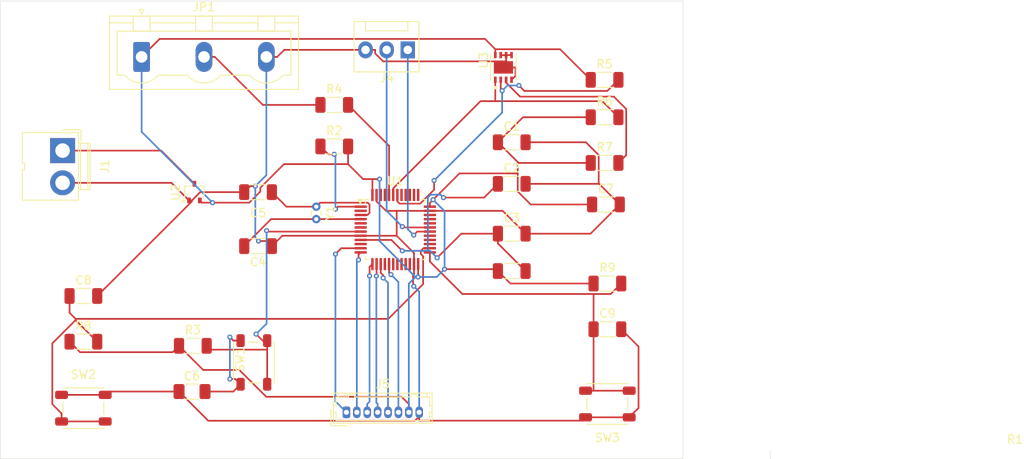
<source format=kicad_pcb>
(kicad_pcb (version 20241229) (generator "pcbnew") (generator_version "9.0")
  (layers (0 "F.Cu" signal) (2 "B.Cu" signal) (13 "F.Paste" user) (15 "B.Paste" user) (5 "F.SilkS" user "F.Silkscreen") (7 "B.SilkS" user "B.Silkscreen") (1 "F.Mask" user) (3 "B.Mask" user) (25 "Edge.Cuts" user))
  (net 0 "")
  (net 1 "GND")
  (net 2 "3.3V")
  (net 3 "Net-(U1-VDDA)")
  (net 4 "crystal2")
  (net 5 "crystal1")
  (net 6 "Net-(C6-Pad2)")
  (net 7 "ENTER_BTN")
  (net 8 "SET_BTN")
  (net 9 "VCC")
  (net 10 "Net-(JP1-C)")
  (net 11 "Net-(U1-VBAT)")
  (net 12 "reset")
  (net 13 "prog_jamp")
  (net 14 "SCL")
  (net 15 "SDA")
  (net 16 "Net-(U3-OS)")
  (net 36 "SWCLK")
  (net 39 "SWDIO")
  (net 40 "/TX")
  (net 41 "/RX")
  (net 42 "/SPI_CS")
  (net 43 "/DC")
  (net 44 "/RST")
  (net 45 "/SPI1_SCK")
  (net 46 "/SPI1_MOSI")
  (net 47 "/BUSY")
  (footprint "Inductor_SMD:L_1206_3216Metric_Pad1.22x1.90mm_HandSolder" (layer "F.Cu") (at 185.5 132.5)
    (property "Reference" "R1" (at 60.5125 20.2675 0) (layer "F.SilkS"))
    (property "Value" "10")
    (pad "1" smd roundrect (at -1.6625 0) (size 1.225 1.9) (layers "F.Cu" "F.Mask" "F.Paste") (roundrect_rratio 0.204082) (net 2 "3.3V"))
    (pad "2" smd roundrect (at 1.6625 0) (size 1.225 1.9) (layers "F.Cu" "F.Mask" "F.Paste") (roundrect_rratio 0.204082) (net 3 "Net-(U1-VDDA)"))
  )
  (footprint "Button_Switch_SMD:SW_SPST_PTS647_Sx70" (layer "F.Cu") (at 197 148.5 180)
    (property "Reference" "SW3" (at 0 -4.05 0) (layer "F.SilkS"))
    (property "Value" "SET")
    (pad "1" smd roundrect (at -2.625 -1.6 180) (size 1.55 1) (layers "F.Cu" "F.Mask" "F.Paste") (net 1 "GND"))
    (pad "1" smd roundrect (at 2.625 -1.6 180) (size 1.55 1) (layers "F.Cu" "F.Mask" "F.Paste") (net 1 "GND"))
    (pad "2" smd roundrect (at -2.625 1.6 180) (size 1.55 1) (layers "F.Cu" "F.Mask" "F.Paste") (net 8 "SET_BTN"))
    (pad "2" smd roundrect (at 2.625 1.6 180) (size 1.55 1) (layers "F.Cu" "F.Mask" "F.Paste") (net 8 "SET_BTN"))
  )
  (footprint "MAX30205MTA_:SON65P300X300X80-9N" (layer "F.Cu") (at 184.5 107.985 90)
    (property "Reference" "U3" (at 0.865 -2.362 90) (layer "F.SilkS"))
    (property "Value" "MAX30205MTA_")
    (pad "1" smd roundrect (at -1.485 -0.975 90) (size 0.76 0.32) (layers "F.Cu" "F.Mask" "F.Paste") (roundrect_rratio 0.125) (net 15 "SDA"))
    (pad "2" smd roundrect (at -1.485 -0.325 90) (size 0.76 0.32) (layers "F.Cu" "F.Mask" "F.Paste") (roundrect_rratio 0.125) (net 14 "SCL"))
    (pad "3" smd roundrect (at -1.485 0.325 90) (size 0.76 0.32) (layers "F.Cu" "F.Mask" "F.Paste") (roundrect_rratio 0.125) (net 16 "Net-(U3-OS)"))
    (pad "4" smd roundrect (at -1.485 0.975 90) (size 0.76 0.32) (layers "F.Cu" "F.Mask" "F.Paste") (roundrect_rratio 0.125) (net 1 "GND"))
    (pad "5" smd roundrect (at 1.485 0.975 90) (size 0.76 0.32) (layers "F.Cu" "F.Mask" "F.Paste") (roundrect_rratio 0.125) (net 1 "GND"))
    (pad "6" smd roundrect (at 1.485 0.325 90) (size 0.76 0.32) (layers "F.Cu" "F.Mask" "F.Paste") (roundrect_rratio 0.125) (net 1 "GND"))
    (pad "7" smd roundrect (at 1.485 -0.325 90) (size 0.76 0.32) (layers "F.Cu" "F.Mask" "F.Paste") (roundrect_rratio 0.125) (net 1 "GND"))
    (pad "8" smd roundrect (at 1.485 -0.975 90) (size 0.76 0.32) (layers "F.Cu" "F.Mask" "F.Paste") (roundrect_rratio 0.125) (net 2 "3.3V"))
    (pad "9" smd rect (at 0 0 90) (size 1.5 2.3) (layers "F.Cu" "F.Mask") (net 1 "GND"))
  )
  (footprint "Inductor_SMD:L_1206_3216Metric_Pad1.22x1.90mm_HandSolder" (layer "F.Cu") (at 197 134)
    (property "Reference" "R9" (at 0 -1.9 0) (layer "F.SilkS"))
    (property "Value" "10k")
    (pad "1" smd roundrect (at -1.6625 0) (size 1.225 1.9) (layers "F.Cu" "F.Mask" "F.Paste") (roundrect_rratio 0.204082) (net 2 "3.3V"))
    (pad "2" smd roundrect (at 1.6625 0) (size 1.225 1.9) (layers "F.Cu" "F.Mask" "F.Paste") (roundrect_rratio 0.204082) (net 8 "SET_BTN"))
  )
  (footprint "Connector:JWT_A3963_1x02_P3.96mm_Vertical" (layer "F.Cu") (at 131.5 118 -90)
    (property "Reference" "J1" (at 1.91 -5.08 90) (layer "F.SilkS"))
    (property "Value" "VIN")
    (pad "1" thru_hole rect (at 0 0 270) (size 3 3) (drill 1.75) (layers "*.Cu" "*.Mask") (net 9 "VCC"))
    (pad "2" thru_hole circle (at 3.88 0 270) (size 3 3) (drill 1.75) (layers "*.Cu" "*.Mask") (net 1 "GND"))
  )
  (footprint "Button_Switch_SMD:SW_SPST_PTS647_Sx70" (layer "F.Cu") (at 154.5 143.5 90)
    (property "Reference" "SW1" (at 0.375 -1.65 90) (layer "F.SilkS"))
    (property "Value" "BOOT")
    (pad "1" smd roundrect (at -2.625 -1.6 90) (size 1.55 1) (layers "F.Cu" "F.Mask" "F.Paste") (net 6 "Net-(C6-Pad2)"))
    (pad "1" smd roundrect (at 2.625 -1.6 90) (size 1.55 1) (layers "F.Cu" "F.Mask" "F.Paste") (net 6 "Net-(C6-Pad2)"))
    (pad "2" smd roundrect (at -2.625 1.6 90) (size 1.55 1) (layers "F.Cu" "F.Mask" "F.Paste") (net 12 "reset"))
    (pad "2" smd roundrect (at 2.625 1.6 90) (size 1.55 1) (layers "F.Cu" "F.Mask" "F.Paste") (net 12 "reset"))
  )
  (footprint "Button_Switch_SMD:SW_SPST_PTS647_Sx70" (layer "F.Cu") (at 134 149)
    (property "Reference" "SW2" (at 0 -4.05 0) (layer "F.SilkS"))
    (property "Value" "ENTER")
    (pad "1" smd roundrect (at -2.625 -1.6) (size 1.55 1) (layers "F.Cu" "F.Mask" "F.Paste") (net 1 "GND"))
    (pad "1" smd roundrect (at 2.625 -1.6) (size 1.55 1) (layers "F.Cu" "F.Mask" "F.Paste") (net 1 "GND"))
    (pad "2" smd roundrect (at -2.625 1.6) (size 1.55 1) (layers "F.Cu" "F.Mask" "F.Paste") (net 7 "ENTER_BTN"))
    (pad "2" smd roundrect (at 2.625 1.6) (size 1.55 1) (layers "F.Cu" "F.Mask" "F.Paste") (net 7 "ENTER_BTN"))
  )
  (footprint "Inductor_SMD:L_1206_3216Metric_Pad1.22x1.90mm_HandSolder" (layer "F.Cu") (at 155 123)
    (property "Reference" "C5" (at 0 2.5 180) (layer "F.SilkS"))
    (property "Value" "22pF")
    (pad "1" smd roundrect (at -1.6625 0) (size 1.225 1.9) (layers "F.Cu" "F.Mask" "F.Paste") (roundrect_rratio 0.204082) (net 1 "GND"))
    (pad "2" smd roundrect (at 1.6625 0) (size 1.225 1.9) (layers "F.Cu" "F.Mask" "F.Paste") (roundrect_rratio 0.204082) (net 5 "crystal1"))
  )
  (footprint "Crystal:Crystal_DS10_D1.0mm_L4.3mm_Vertical" (layer "F.Cu") (at 162 124.75 -90)
    (property "Reference" "Y1" (at 0.75 -1.7 90) (layer "F.SilkS"))
    (property "Value" "8MHz")
    (pad "1" thru_hole circle (at 0 0 270) (size 1 1) (drill 0.5) (layers "*.Cu" "*.Mask") (net 5 "crystal1"))
    (pad "2" thru_hole circle (at 1.5 0 270) (size 1 1) (drill 0.5) (layers "*.Cu" "*.Mask") (net 4 "crystal2"))
  )
  (footprint "Inductor_SMD:L_1206_3216Metric_Pad1.22x1.90mm_HandSolder" (layer "F.Cu") (at 196.6625 119.485)
    (property "Reference" "R7" (at 0 -1.9 0) (layer "F.SilkS"))
    (property "Value" "4.7K")
    (pad "1" smd roundrect (at -1.6625 0) (size 1.225 1.9) (layers "F.Cu" "F.Mask" "F.Paste") (roundrect_rratio 0.204082) (net 2 "3.3V"))
    (pad "2" smd roundrect (at 1.6625 0) (size 1.225 1.9) (layers "F.Cu" "F.Mask" "F.Paste") (roundrect_rratio 0.204082) (net 16 "Net-(U3-OS)"))
  )
  (footprint "Inductor_SMD:L_1206_3216Metric_Pad1.22x1.90mm_HandSolder" (layer "F.Cu") (at 147.1625 141.5)
    (property "Reference" "R3" (at 0 -1.9 0) (layer "F.SilkS"))
    (property "Value" "10K")
    (pad "1" smd roundrect (at -1.6625 0) (size 1.225 1.9) (layers "F.Cu" "F.Mask" "F.Paste") (roundrect_rratio 0.204082) (net 2 "3.3V"))
    (pad "2" smd roundrect (at 1.6625 0) (size 1.225 1.9) (layers "F.Cu" "F.Mask" "F.Paste") (roundrect_rratio 0.204082) (net 12 "reset"))
  )
  (footprint "Inductor_SMD:L_1206_3216Metric_Pad1.22x1.90mm_HandSolder" (layer "F.Cu") (at 196.6625 113.985)
    (property "Reference" "R6" (at 0 -1.9 0) (layer "F.SilkS"))
    (property "Value" "4.7k")
    (pad "1" smd roundrect (at -1.6625 0) (size 1.225 1.9) (layers "F.Cu" "F.Mask" "F.Paste") (roundrect_rratio 0.204082) (net 2 "3.3V"))
    (pad "2" smd roundrect (at 1.6625 0) (size 1.225 1.9) (layers "F.Cu" "F.Mask" "F.Paste") (roundrect_rratio 0.204082) (net 15 "SDA"))
  )
  (footprint "Capacitor_SMD:C_1206_3216Metric_Pad1.33x1.80mm_HandSolder" (layer "F.Cu") (at 147.0625 147)
    (property "Reference" "C6" (at 0 -1.85 0) (layer "F.SilkS"))
    (property "Value" "100nF")
    (pad "1" smd roundrect (at -1.5625 0) (size 1.325 1.8) (layers "F.Cu" "F.Mask" "F.Paste") (roundrect_rratio 0.188679) (net 1 "GND"))
    (pad "2" smd roundrect (at 1.5625 0) (size 1.325 1.8) (layers "F.Cu" "F.Mask" "F.Paste") (roundrect_rratio 0.188679) (net 6 "Net-(C6-Pad2)"))
  )
  (footprint "Inductor_SMD:L_1206_3216Metric_Pad1.22x1.90mm_HandSolder" (layer "F.Cu") (at 164.1625 112.5)
    (property "Reference" "R4" (at 0 -1.9 0) (layer "F.SilkS"))
    (property "Value" "10k")
    (pad "1" smd roundrect (at -1.6625 0) (size 1.225 1.9) (layers "F.Cu" "F.Mask" "F.Paste") (roundrect_rratio 0.204082) (net 10 "Net-(JP1-C)"))
    (pad "2" smd roundrect (at 1.6625 0) (size 1.225 1.9) (layers "F.Cu" "F.Mask" "F.Paste") (roundrect_rratio 0.204082) (net 13 "prog_jamp"))
  )
  (footprint "Inductor_SMD:L_1206_3216Metric_Pad1.22x1.90mm_HandSolder" (layer "F.Cu") (at 196.6625 109.485)
    (property "Reference" "R5" (at 0 -1.9 0) (layer "F.SilkS"))
    (property "Value" "4.7K")
    (pad "1" smd roundrect (at -1.6625 0) (size 1.225 1.9) (layers "F.Cu" "F.Mask" "F.Paste") (roundrect_rratio 0.204082) (net 2 "3.3V"))
    (pad "2" smd roundrect (at 1.6625 0) (size 1.225 1.9) (layers "F.Cu" "F.Mask" "F.Paste") (roundrect_rratio 0.204082) (net 14 "SCL"))
  )
  (footprint "Package_QFP:LQFP-48_7x7mm_P0.5mm" (layer "F.Cu") (at 171.5 127.5)
    (property "Reference" "U1" (at 0 -5.85 0) (layer "F.SilkS"))
    (property "Value" "STM32F103C8Tx")
    (pad "1" smd roundrect (at -4.1625 -2.75) (size 1.475 0.3) (layers "F.Cu" "F.Mask" "F.Paste") (net 11 "Net-(U1-VBAT)"))
    (pad "2" smd roundrect (at -4.1625 -2.25) (size 1.475 0.3) (layers "F.Cu" "F.Mask" "F.Paste"))
    (pad "3" smd roundrect (at -4.1625 -1.75) (size 1.475 0.3) (layers "F.Cu" "F.Mask" "F.Paste") (net 5 "crystal1"))
    (pad "4" smd roundrect (at -4.1625 -1.25) (size 1.475 0.3) (layers "F.Cu" "F.Mask" "F.Paste") (net 4 "crystal2"))
    (pad "5" smd roundrect (at -4.1625 -0.75) (size 1.475 0.3) (layers "F.Cu" "F.Mask" "F.Paste"))
    (pad "6" smd roundrect (at -4.1625 -0.25) (size 1.475 0.3) (layers "F.Cu" "F.Mask" "F.Paste"))
    (pad "7" smd roundrect (at -4.1625 0.25) (size 1.475 0.3) (layers "F.Cu" "F.Mask" "F.Paste") (net 12 "reset"))
    (pad "8" smd roundrect (at -4.1625 0.75) (size 1.475 0.3) (layers "F.Cu" "F.Mask" "F.Paste") (net 1 "GND"))
    (pad "9" smd roundrect (at -4.1625 1.25) (size 1.475 0.3) (layers "F.Cu" "F.Mask" "F.Paste") (net 3 "Net-(U1-VDDA)"))
    (pad "10" smd roundrect (at -4.1625 1.75) (size 1.475 0.3) (layers "F.Cu" "F.Mask" "F.Paste"))
    (pad "11" smd roundrect (at -4.1625 2.25) (size 1.475 0.3) (layers "F.Cu" "F.Mask" "F.Paste") (net 44 "/RST"))
    (pad "12" smd roundrect (at -4.1625 2.75) (size 1.475 0.3) (layers "F.Cu" "F.Mask" "F.Paste") (net 43 "/DC"))
    (pad "13" smd roundrect (at -2.75 4.1625) (size 0.3 1.475) (layers "F.Cu" "F.Mask" "F.Paste") (net 47 "/BUSY"))
    (pad "14" smd roundrect (at -2.25 4.1625) (size 0.3 1.475) (layers "F.Cu" "F.Mask" "F.Paste") (net 42 "/SPI_CS"))
    (pad "15" smd roundrect (at -1.75 4.1625) (size 0.3 1.475) (layers "F.Cu" "F.Mask" "F.Paste") (net 45 "/SPI1_SCK"))
    (pad "16" smd roundrect (at -1.25 4.1625) (size 0.3 1.475) (layers "F.Cu" "F.Mask" "F.Paste"))
    (pad "17" smd roundrect (at -0.75 4.1625) (size 0.3 1.475) (layers "F.Cu" "F.Mask" "F.Paste") (net 46 "/SPI1_MOSI"))
    (pad "18" smd roundrect (at -0.25 4.1625) (size 0.3 1.475) (layers "F.Cu" "F.Mask" "F.Paste"))
    (pad "19" smd roundrect (at 0.25 4.1625) (size 0.3 1.475) (layers "F.Cu" "F.Mask" "F.Paste"))
    (pad "20" smd roundrect (at 0.75 4.1625) (size 0.3 1.475) (layers "F.Cu" "F.Mask" "F.Paste"))
    (pad "21" smd roundrect (at 1.25 4.1625) (size 0.3 1.475) (layers "F.Cu" "F.Mask" "F.Paste"))
    (pad "22" smd roundrect (at 1.75 4.1625) (size 0.3 1.475) (layers "F.Cu" "F.Mask" "F.Paste"))
    (pad "23" smd roundrect (at 2.25 4.1625) (size 0.3 1.475) (layers "F.Cu" "F.Mask" "F.Paste") (net 1 "GND"))
    (pad "24" smd roundrect (at 2.75 4.1625) (size 0.3 1.475) (layers "F.Cu" "F.Mask" "F.Paste") (net 2 "3.3V"))
    (pad "25" smd roundrect (at 4.1625 2.75) (size 1.475 0.3) (layers "F.Cu" "F.Mask" "F.Paste") (net 8 "SET_BTN"))
    (pad "26" smd roundrect (at 4.1625 2.25) (size 1.475 0.3) (layers "F.Cu" "F.Mask" "F.Paste") (net 7 "ENTER_BTN"))
    (pad "27" smd roundrect (at 4.1625 1.75) (size 1.475 0.3) (layers "F.Cu" "F.Mask" "F.Paste"))
    (pad "28" smd roundrect (at 4.1625 1.25) (size 1.475 0.3) (layers "F.Cu" "F.Mask" "F.Paste"))
    (pad "29" smd roundrect (at 4.1625 0.75) (size 1.475 0.3) (layers "F.Cu" "F.Mask" "F.Paste"))
    (pad "30" smd roundrect (at 4.1625 0.25) (size 1.475 0.3) (layers "F.Cu" "F.Mask" "F.Paste") (net 40 "/TX"))
    (pad "31" smd roundrect (at 4.1625 -0.25) (size 1.475 0.3) (layers "F.Cu" "F.Mask" "F.Paste") (net 41 "/RX"))
    (pad "32" smd roundrect (at 4.1625 -0.75) (size 1.475 0.3) (layers "F.Cu" "F.Mask" "F.Paste"))
    (pad "33" smd roundrect (at 4.1625 -1.25) (size 1.475 0.3) (layers "F.Cu" "F.Mask" "F.Paste"))
    (pad "34" smd roundrect (at 4.1625 -1.75) (size 1.475 0.3) (layers "F.Cu" "F.Mask" "F.Paste") (net 39 "SWDIO"))
    (pad "35" smd roundrect (at 4.1625 -2.25) (size 1.475 0.3) (layers "F.Cu" "F.Mask" "F.Paste") (net 1 "GND"))
    (pad "36" smd roundrect (at 4.1625 -2.75) (size 1.475 0.3) (layers "F.Cu" "F.Mask" "F.Paste") (net 2 "3.3V"))
    (pad "37" smd roundrect (at 2.75 -4.1625) (size 0.3 1.475) (layers "F.Cu" "F.Mask" "F.Paste") (net 36 "SWCLK"))
    (pad "38" smd roundrect (at 2.25 -4.1625) (size 0.3 1.475) (layers "F.Cu" "F.Mask" "F.Paste"))
    (pad "39" smd roundrect (at 1.75 -4.1625) (size 0.3 1.475) (layers "F.Cu" "F.Mask" "F.Paste"))
    (pad "40" smd roundrect (at 1.25 -4.1625) (size 0.3 1.475) (layers "F.Cu" "F.Mask" "F.Paste"))
    (pad "41" smd roundrect (at 0.75 -4.1625) (size 0.3 1.475) (layers "F.Cu" "F.Mask" "F.Paste"))
    (pad "42" smd roundrect (at 0.25 -4.1625) (size 0.3 1.475) (layers "F.Cu" "F.Mask" "F.Paste") (net 14 "SCL"))
    (pad "43" smd roundrect (at -0.25 -4.1625) (size 0.3 1.475) (layers "F.Cu" "F.Mask" "F.Paste") (net 15 "SDA"))
    (pad "44" smd roundrect (at -0.75 -4.1625) (size 0.3 1.475) (layers "F.Cu" "F.Mask" "F.Paste") (net 13 "prog_jamp"))
    (pad "45" smd roundrect (at -1.25 -4.1625) (size 0.3 1.475) (layers "F.Cu" "F.Mask" "F.Paste"))
    (pad "46" smd roundrect (at -1.75 -4.1625) (size 0.3 1.475) (layers "F.Cu" "F.Mask" "F.Paste"))
    (pad "47" smd roundrect (at -2.25 -4.1625) (size 0.3 1.475) (layers "F.Cu" "F.Mask" "F.Paste") (net 1 "GND"))
    (pad "48" smd roundrect (at -2.75 -4.1625) (size 0.3 1.475) (layers "F.Cu" "F.Mask" "F.Paste") (net 2 "3.3V"))
  )
  (footprint "Inductor_SMD:L_1206_3216Metric_Pad1.22x1.90mm_HandSolder" (layer "F.Cu") (at 134 141)
    (property "Reference" "R8" (at 0 -1.9 0) (layer "F.SilkS"))
    (property "Value" "10k")
    (pad "1" smd roundrect (at -1.6625 0) (size 1.225 1.9) (layers "F.Cu" "F.Mask" "F.Paste") (roundrect_rratio 0.204082) (net 2 "3.3V"))
    (pad "2" smd roundrect (at 1.6625 0) (size 1.225 1.9) (layers "F.Cu" "F.Mask" "F.Paste") (roundrect_rratio 0.204082) (net 7 "ENTER_BTN"))
  )
  (footprint "Connector_Phoenix_GMSTB:PhoenixContact_GMSTBVA_2,5_3-G_1x03_P7.50mm_Vertical" (layer "F.Cu") (at 141 106.7225)
    (property "Reference" "JP1" (at 7.5 -6 0) (layer "F.SilkS"))
    (property "Value" "Jumper_3_Bridged12")
    (pad "1" thru_hole roundrect (at 0 0) (size 2 3.6) (drill 1.4) (layers "*.Cu" "*.Mask") (roundrect_rratio 0.125) (net 2 "3.3V"))
    (pad "2" thru_hole oval (at 7.5 0) (size 2 3.6) (drill 1.4) (layers "*.Cu" "*.Mask") (net 10 "Net-(JP1-C)"))
    (pad "3" thru_hole oval (at 15 0) (size 2 3.6) (drill 1.4) (layers "*.Cu" "*.Mask") (net 1 "GND"))
  )
  (footprint "Inductor_SMD:L_1206_3216Metric_Pad1.22x1.90mm_HandSolder" (layer "F.Cu") (at 134 135.5)
    (property "Reference" "C8" (at 0 -1.9 0) (layer "F.SilkS"))
    (property "Value" "100pF")
    (pad "1" smd roundrect (at -1.6625 0) (size 1.225 1.9) (layers "F.Cu" "F.Mask" "F.Paste") (roundrect_rratio 0.204082) (net 7 "ENTER_BTN"))
    (pad "2" smd roundrect (at 1.6625 0) (size 1.225 1.9) (layers "F.Cu" "F.Mask" "F.Paste") (roundrect_rratio 0.204082) (net 1 "GND"))
  )
  (footprint "Inductor_SMD:L_1206_3216Metric_Pad1.22x1.90mm_HandSolder" (layer "F.Cu") (at 185.5 122)
    (property "Reference" "C2" (at 0 -1.9 0) (layer "F.SilkS"))
    (property "Value" "1µF")
    (pad "1" smd roundrect (at -1.6625 0) (size 1.225 1.9) (layers "F.Cu" "F.Mask" "F.Paste") (roundrect_rratio 0.204082) (net 3 "Net-(U1-VDDA)"))
    (pad "2" smd roundrect (at 1.6625 0) (size 1.225 1.9) (layers "F.Cu" "F.Mask" "F.Paste") (roundrect_rratio 0.204082) (net 1 "GND"))
  )
  (footprint "Connector_Hirose:Hirose_DF13-08P-1.25DSA_1x08_P1.25mm_Vertical" (layer "F.Cu") (at 165.625 149.5)
    (property "Reference" "J5" (at 4.38 -3.4 0) (layer "F.SilkS"))
    (property "Value" "DISPLAY")
    (pad "1" thru_hole roundrect (at 0 0) (size 0.9 1.4) (drill 0.6) (layers "*.Cu" "*.Mask") (net 44 "/RST"))
    (pad "2" thru_hole oval (at 1.25 0) (size 0.9 1.4) (drill 0.6) (layers "*.Cu" "*.Mask") (net 43 "/DC"))
    (pad "3" thru_hole oval (at 2.5 0) (size 0.9 1.4) (drill 0.6) (layers "*.Cu" "*.Mask") (net 47 "/BUSY"))
    (pad "4" thru_hole oval (at 3.75 0) (size 0.9 1.4) (drill 0.6) (layers "*.Cu" "*.Mask") (net 42 "/SPI_CS"))
    (pad "5" thru_hole oval (at 5 0) (size 0.9 1.4) (drill 0.6) (layers "*.Cu" "*.Mask") (net 45 "/SPI1_SCK"))
    (pad "6" thru_hole oval (at 6.25 0) (size 0.9 1.4) (drill 0.6) (layers "*.Cu" "*.Mask") (net 46 "/SPI1_MOSI"))
    (pad "7" thru_hole oval (at 7.5 0) (size 0.9 1.4) (drill 0.6) (layers "*.Cu" "*.Mask") (net 2 "3.3V"))
    (pad "8" thru_hole oval (at 8.75 0) (size 0.9 1.4) (drill 0.6) (layers "*.Cu" "*.Mask") (net 1 "GND"))
  )
  (footprint "Connector:FanPinHeader_1x03_P2.54mm_Vertical" (layer "F.Cu") (at 173 105.875 180)
    (property "Reference" "J4" (at 2.5 -3.4 0) (layer "F.SilkS"))
    (property "Value" "UART")
    (pad "1" thru_hole rect (at 0 0 270) (size 2.03 1.73) (drill 1.02) (layers "*.Cu" "*.Mask") (net 40 "/TX"))
    (pad "2" thru_hole oval (at 2.54 0 270) (size 2.03 1.73) (drill 1.02) (layers "*.Cu" "*.Mask") (net 41 "/RX"))
    (pad "3" thru_hole oval (at 5.08 0 270) (size 2.03 1.73) (drill 1.02) (layers "*.Cu" "*.Mask") (net 1 "GND"))
  )
  (footprint "Inductor_SMD:L_1206_3216Metric_Pad1.22x1.90mm_HandSolder" (layer "F.Cu") (at 164.1625 117.5)
    (property "Reference" "R2" (at 0 -1.9 0) (layer "F.SilkS"))
    (property "Value" "0")
    (pad "1" smd roundrect (at -1.6625 0) (size 1.225 1.9) (layers "F.Cu" "F.Mask" "F.Paste") (roundrect_rratio 0.204082) (net 11 "Net-(U1-VBAT)"))
    (pad "2" smd roundrect (at 1.6625 0) (size 1.225 1.9) (layers "F.Cu" "F.Mask" "F.Paste") (roundrect_rratio 0.204082) (net 2 "3.3V"))
  )
  (footprint "Inductor_SMD:L_1206_3216Metric_Pad1.22x1.90mm_HandSolder" (layer "F.Cu") (at 185.5 128)
    (property "Reference" "C3" (at 0 -1.9 0) (layer "F.SilkS"))
    (property "Value" "100nF")
    (pad "1" smd roundrect (at -1.6625 0) (size 1.225 1.9) (layers "F.Cu" "F.Mask" "F.Paste") (roundrect_rratio 0.204082) (net 3 "Net-(U1-VDDA)"))
    (pad "2" smd roundrect (at 1.6625 0) (size 1.225 1.9) (layers "F.Cu" "F.Mask" "F.Paste") (roundrect_rratio 0.204082) (net 1 "GND"))
  )
  (footprint "Inductor_SMD:L_1206_3216Metric_Pad1.22x1.90mm_HandSolder" (layer "F.Cu") (at 197 139.5)
    (property "Reference" "C9" (at 0 -1.9 0) (layer "F.SilkS"))
    (property "Value" "100pF")
    (pad "1" smd roundrect (at -1.6625 0) (size 1.225 1.9) (layers "F.Cu" "F.Mask" "F.Paste") (roundrect_rratio 0.204082) (net 8 "SET_BTN"))
    (pad "2" smd roundrect (at 1.6625 0) (size 1.225 1.9) (layers "F.Cu" "F.Mask" "F.Paste") (roundrect_rratio 0.204082) (net 1 "GND"))
  )
  (footprint "Inductor_SMD:L_1206_3216Metric_Pad1.22x1.90mm_HandSolder" (layer "F.Cu") (at 196.825 124.485)
    (property "Reference" "C7" (at 0 -1.9 0) (layer "F.SilkS"))
    (property "Value" "0.1µF")
    (pad "1" smd roundrect (at -1.6625 0) (size 1.225 1.9) (layers "F.Cu" "F.Mask" "F.Paste") (roundrect_rratio 0.204082) (net 2 "3.3V"))
    (pad "2" smd roundrect (at 1.6625 0) (size 1.225 1.9) (layers "F.Cu" "F.Mask" "F.Paste") (roundrect_rratio 0.204082) (net 1 "GND"))
  )
  (footprint "Inductor_SMD:L_1206_3216Metric_Pad1.22x1.90mm_HandSolder" (layer "F.Cu") (at 185.5 117)
    (property "Reference" "C1" (at 0 -1.9 0) (layer "F.SilkS"))
    (property "Value" "0.1µF")
    (pad "1" smd roundrect (at -1.6625 0) (size 1.225 1.9) (layers "F.Cu" "F.Mask" "F.Paste") (roundrect_rratio 0.204082) (net 2 "3.3V"))
    (pad "2" smd roundrect (at 1.6625 0) (size 1.225 1.9) (layers "F.Cu" "F.Mask" "F.Paste") (roundrect_rratio 0.204082) (net 1 "GND"))
  )
  (footprint "Inductor_SMD:L_1206_3216Metric_Pad1.22x1.90mm_HandSolder" (layer "F.Cu") (at 155 129.5 180)
    (property "Reference" "C4" (at 0 -1.9 0) (layer "F.SilkS"))
    (property "Value" "22pF")
    (pad "1" smd roundrect (at -1.6625 0 180) (size 1.225 1.9) (layers "F.Cu" "F.Mask" "F.Paste") (roundrect_rratio 0.204082) (net 1 "GND"))
    (pad "2" smd roundrect (at 1.6625 0 180) (size 1.225 1.9) (layers "F.Cu" "F.Mask" "F.Paste") (roundrect_rratio 0.204082) (net 4 "crystal2"))
  )
  (footprint "Package_TO_SOT_SMD:SOT-323_SC-70" (layer "F.Cu") (at 147.35 123 90)
    (property "Reference" "U2" (at -0.05 -2.25 90) (layer "F.SilkS"))
    (property "Value" "AMS1117-3.3")
    (pad "1" smd roundrect (at -1 -0.65) (size 0.45 0.7) (layers "F.Cu" "F.Mask" "F.Paste") (net 1 "GND"))
    (pad "2" smd roundrect (at -1 0.65) (size 0.45 0.7) (layers "F.Cu" "F.Mask" "F.Paste") (net 2 "3.3V"))
    (pad "3" smd roundrect (at 1 0) (size 0.45 0.7) (layers "F.Cu" "F.Mask" "F.Paste") (net 9 "VCC"))
  )
  (gr_rect (start 124 100) (end 206.0875 155.0875) (stroke (width 0.05)) (fill no) (layer "Edge.Cuts"))
  (gr_rect (start 216.5875 154.0875) (end 216.5875 155.0875) (stroke (width 0.05)) (fill no) (layer "Edge.Cuts"))
  (segment (start 174.375 150.0008) (end 173.863 150.5128) (width 0.2) (layer "F.Cu") (net 1))
  (segment (start 198.4875 124.485) (end 194.9725 128) (width 0.2) (layer "F.Cu") (net 1))
  (segment (start 174.375 150.5017) (end 193.9733 150.5017) (width 0.2) (layer "F.Cu") (net 1))
  (segment (start 184.825 107.5991) (end 184.825 107.2603) (width 0.2) (layer "F.Cu") (net 1))
  (segment (start 194.4136 117) (end 187.1625 117) (width 0.2) (layer "F.Cu") (net 1))
  (segment (start 184.825 107.2603) (end 184.825 106.515) (width 0.2) (layer "F.Cu") (net 1))
  (segment (start 184.5 108) (end 185.2259 108) (width 0.2) (layer "F.Cu") (net 1))
  (segment (start 147.0244 124) (end 147.0357 124.0113) (width 0.2) (layer "F.Cu") (net 1))
  (segment (start 146.7 124) (end 147.0244 124) (width 0.2) (layer "F.Cu") (net 1))
  (segment (start 167.92 105.875) (end 169.0867 105.875) (width 0.2) (layer "F.Cu") (net 1))
  (segment (start 173.6391 134.2385) (end 173.7246 134.324) (width 0.2) (layer "F.Cu") (net 1))
  (segment (start 149.0128 150.5128) (end 145.5 147) (width 0.2) (layer "F.Cu") (net 1))
  (segment (start 174.375 149.5) (end 174.375 150.0008) (width 0.2) (layer "F.Cu") (net 1))
  (segment (start 147.0357 124.0113) (end 147.0357 124.1268) (width 0.2) (layer "F.Cu") (net 1))
  (segment (start 147.0357 124.1268) (end 135.6625 135.5) (width 0.2) (layer "F.Cu") (net 1))
  (segment (start 175.6625 125.25) (end 171.6668 125.25) (width 0.2) (layer "F.Cu") (net 1))
  (segment (start 184.4125 125.25) (end 175.6625 125.25) (width 0.2) (layer "F.Cu") (net 1))
  (segment (start 185.2259 108) (end 184.825 107.5991) (width 0.2) (layer "F.Cu") (net 1))
  (segment (start 185.9517 109.0083) (end 185.9517 108) (width 0.2) (layer "F.Cu") (net 1))
  (segment (start 174.375 150.0008) (end 174.375 150.5017) (width 0.2) (layer "F.Cu") (net 1))
  (segment (start 167.3375 128.25) (end 171.6668 128.25) (width 0.2) (layer "F.Cu") (net 1))
  (segment (start 136.625 147.4) (end 131.375 147.4) (width 0.2) (layer "F.Cu") (net 1))
  (segment (start 195.955 118.5414) (end 194.4136 117) (width 0.2) (layer "F.Cu") (net 1))
  (segment (start 171.6668 128.25) (end 171.6668 125.25) (width 0.2) (layer "F.Cu") (net 1))
  (segment (start 195.955 122) (end 195.955 118.5414) (width 0.2) (layer "F.Cu") (net 1))
  (segment (start 195.955 122) (end 196.0025 122) (width 0.2) (layer "F.Cu") (net 1))
  (segment (start 200.7455 141.583) (end 198.6625 139.5) (width 0.2) (layer "F.Cu") (net 1))
  (segment (start 184.175 106.515) (end 184.825 106.515) (width 0.2) (layer "F.Cu") (net 1))
  (segment (start 169.0867 105.875) (end 169.0867 106.3125) (width 0.2) (layer "F.Cu") (net 1))
  (segment (start 173.75 130.3332) (end 173.75 131.6625) (width 0.2) (layer "F.Cu") (net 1))
  (segment (start 185.475 109.485) (end 185.9517 109.0083) (width 0.2) (layer "F.Cu") (net 1))
  (segment (start 200.7455 148.9795) (end 200.7455 141.583) (width 0.2) (layer "F.Cu") (net 1))
  (segment (start 173.75 131.6625) (end 173.75 132.8535) (width 0.2) (layer "F.Cu") (net 1))
  (segment (start 156 106.7225) (end 157.3017 106.7225) (width 0.2) (layer "F.Cu") (net 1))
  (segment (start 153.3375 123) (end 148.047 123) (width 0.2) (layer "F.Cu") (net 1))
  (segment (start 173.75 132.8535) (end 173.6391 132.9644) (width 0.2) (layer "F.Cu") (net 1))
  (segment (start 170.0345 107.2603) (end 184.825 107.2603) (width 0.2) (layer "F.Cu") (net 1))
  (segment (start 185.475 106.5) (end 184.825 106.5) (width 0.2) (layer "F.Cu") (net 1))
  (segment (start 173.863 150.5128) (end 149.0128 150.5128) (width 0.2) (layer "F.Cu") (net 1))
  (segment (start 187.1625 128) (end 184.4125 125.25) (width 0.2) (layer "F.Cu") (net 1))
  (segment (start 144.58 121.88) (end 146.7 124) (width 0.2) (layer "F.Cu") (net 1))
  (segment (start 131.5 121.88) (end 144.58 121.88) (width 0.2) (layer "F.Cu") (net 1))
  (segment (start 196.0025 122) (end 198.4875 124.485) (width 0.2) (layer "F.Cu") (net 1))
  (segment (start 156.6625 129.5) (end 157.9125 128.25) (width 0.2) (layer "F.Cu") (net 1))
  (segment (start 154.6713 122.2846) (end 154.0529 122.2846) (width 0.2) (layer "F.Cu") (net 1))
  (segment (start 194.9725 128) (end 187.1625 128) (width 0.2) (layer "F.Cu") (net 1))
  (segment (start 193.9733 150.5017) (end 194.375 150.1) (width 0.2) (layer "F.Cu") (net 1))
  (segment (start 171.6668 125.25) (end 170.3822 125.25) (width 0.2) (layer "F.Cu") (net 1))
  (segment (start 171.6668 128.25) (end 173.75 130.3332) (width 0.2) (layer "F.Cu") (net 1))
  (segment (start 170.3822 125.25) (end 169.25 124.1178) (width 0.2) (layer "F.Cu") (net 1))
  (segment (start 157.9125 128.25) (end 167.3375 128.25) (width 0.2) (layer "F.Cu") (net 1))
  (segment (start 173.6391 132.9644) (end 173.6391 134.2385) (width 0.2) (layer "F.Cu") (net 1))
  (segment (start 169.25 124.1178) (end 169.25 123.3375) (width 0.2) (layer "F.Cu") (net 1))
  (segment (start 185.2259 108) (end 185.9517 108) (width 0.2) (layer "F.Cu") (net 1))
  (segment (start 137.025 147) (end 136.625 147.4) (width 0.2) (layer "F.Cu") (net 1))
  (segment (start 169.0867 106.3125) (end 170.0345 107.2603) (width 0.2) (layer "F.Cu") (net 1))
  (segment (start 155.0521 128.8858) (end 156.0483 128.8858) (width 0.2) (layer "F.Cu") (net 1))
  (segment (start 156.0483 128.8858) (end 156.6625 129.5) (width 0.2) (layer "F.Cu") (net 1))
  (segment (start 187.1625 122) (end 195.955 122) (width 0.2) (layer "F.Cu") (net 1))
  (segment (start 145.5 147) (end 137.025 147) (width 0.2) (layer "F.Cu") (net 1))
  (segment (start 148.047 123) (end 147.0357 124.0113) (width 0.2) (layer "F.Cu") (net 1))
  (segment (start 199.625 150.1) (end 194.375 150.1) (width 0.2) (layer "F.Cu") (net 1))
  (segment (start 199.625 150.1) (end 200.7455 148.9795) (width 0.2) (layer "F.Cu") (net 1))
  (segment (start 167.92 105.875) (end 158.1492 105.875) (width 0.2) (layer "F.Cu") (net 1))
  (segment (start 154.0529 122.2846) (end 153.3375 123) (width 0.2) (layer "F.Cu") (net 1))
  (segment (start 158.1492 105.875) (end 157.3017 106.7225) (width 0.2) (layer "F.Cu") (net 1))
  (via (at 155.0521 128.8858) (size 0.6) (drill 0.3) (layers "F.Cu" "B.Cu") (net 1))
  (via (at 173.7246 134.324) (size 0.6) (drill 0.3) (layers "F.Cu" "B.Cu") (net 1))
  (via (at 154.6713 122.2846) (size 0.6) (drill 0.3) (layers "F.Cu" "B.Cu") (net 1))
  (segment (start 154.6713 122.2846) (end 154.6713 128.505) (width 0.2) (layer "B.Cu") (net 1))
  (segment (start 156 106.7225) (end 156 120.9559) (width 0.2) (layer "B.Cu") (net 1))
  (segment (start 174.375 149.5) (end 174.375 134.9744) (width 0.2) (layer "B.Cu") (net 1))
  (segment (start 154.6713 128.505) (end 155.0521 128.8858) (width 0.2) (layer "B.Cu") (net 1))
  (segment (start 174.375 134.9744) (end 173.7246 134.324) (width 0.2) (layer "B.Cu") (net 1))
  (segment (start 156 120.9559) (end 154.6713 122.2846) (width 0.2) (layer "B.Cu") (net 1))
  (segment (start 165.825 117.5) (end 165.825 119.6295) (width 0.2) (layer "F.Cu") (net 2))
  (segment (start 168.75 121.4308) (end 168.75 123.3375) (width 0.2) (layer "F.Cu") (net 2))
  (segment (start 174.2408 133.2135) (end 174.25 133.2043) (width 0.2) (layer "F.Cu") (net 2))
  (segment (start 186.2197 120.7473) (end 179.216 120.7473) (width 0.2) (layer "F.Cu") (net 2))
  (segment (start 191.317 105.802) (end 195 109.485) (width 0.2) (layer "F.Cu") (net 2))
  (segment (start 143.1642 104.5583) (end 182.2813 104.5583) (width 0.2) (layer "F.Cu") (net 2))
  (segment (start 195.3375 134) (end 185.3375 134) (width 0.2) (layer "F.Cu") (net 2))
  (segment (start 183.525 105.802) (end 191.317 105.802) (width 0.2) (layer "F.Cu") (net 2))
  (segment (start 152.7531 144.4011) (end 155.9808 147.6288) (width 0.2) (layer "F.Cu") (net 2))
  (segment (start 186.2197 120.7473) (end 186.2197 119.5878) (width 0.2) (layer "F.Cu") (net 2))
  (segment (start 145.5 141.5) (end 148.4011 144.4011) (width 0.2) (layer "F.Cu") (net 2))
  (segment (start 172.2555 147.6288) (end 173.125 148.4983) (width 0.2) (layer "F.Cu") (net 2))
  (segment (start 153.9413 124.2649) (end 155.273 122.9332) (width 0.2) (layer "F.Cu") (net 2))
  (segment (start 148.2649 124.2649) (end 149.5268 124.2649) (width 0.2) (layer "F.Cu") (net 2))
  (segment (start 186.2197 119.5878) (end 186.3225 119.485) (width 0.2) (layer "F.Cu") (net 2))
  (segment (start 183.525 105.802) (end 183.525 106.515) (width 0.2) (layer "F.Cu") (net 2))
  (segment (start 186.3225 119.485) (end 183.8375 117) (width 0.2) (layer "F.Cu") (net 2))
  (segment (start 167.6263 121.4308) (end 168.75 121.4308) (width 0.2) (layer "F.Cu") (net 2))
  (segment (start 186.2197 122.9218) (end 186.2197 120.7473) (width 0.2) (layer "F.Cu") (net 2))
  (segment (start 195 119.485) (end 186.3225 119.485) (width 0.2) (layer "F.Cu") (net 2))
  (segment (start 155.273 122.9332) (end 155.273 122.4724) (width 0.2) (layer "F.Cu") (net 2))
  (segment (start 195 113.985) (end 186.8525 113.985) (width 0.2) (layer "F.Cu") (net 2))
  (segment (start 168.75 121.4308) (end 169.6081 121.4308) (width 0.2) (layer "F.Cu") (net 2))
  (segment (start 158.1159 119.6295) (end 165.825 119.6295) (width 0.2) (layer "F.Cu") (net 2))
  (segment (start 179.216 120.7473) (end 176.0468 123.9165) (width 0.2) (layer "F.Cu") (net 2))
  (segment (start 182.2813 104.5583) (end 183.525 105.802) (width 0.2) (layer "F.Cu") (net 2))
  (segment (start 176.0468 123.9165) (end 175.6625 124.3008) (width 0.2) (layer "F.Cu") (net 2))
  (segment (start 186.8525 113.985) (end 183.8375 117) (width 0.2) (layer "F.Cu") (net 2))
  (segment (start 195.1625 124.485) (end 187.7829 124.485) (width 0.2) (layer "F.Cu") (net 2))
  (segment (start 155.9808 147.6288) (end 172.2555 147.6288) (width 0.2) (layer "F.Cu") (net 2))
  (segment (start 173.125 149.5) (end 173.125 148.4983) (width 0.2) (layer "F.Cu") (net 2))
  (segment (start 185.3375 134) (end 183.8375 132.5) (width 0.2) (layer "F.Cu") (net 2))
  (segment (start 148 124) (end 148.2649 124.2649) (width 0.2) (layer "F.Cu") (net 2))
  (segment (start 187.7829 124.485) (end 186.2197 122.9218) (width 0.2) (layer "F.Cu") (net 2))
  (segment (start 133.5989 142.2614) (end 144.7386 142.2614) (width 0.2) (layer "F.Cu") (net 2))
  (segment (start 183.8375 132.5) (end 183.6078 132.2703) (width 0.2) (layer "F.Cu") (net 2))
  (segment (start 144.7386 142.2614) (end 145.5 141.5) (width 0.2) (layer "F.Cu") (net 2))
  (segment (start 165.825 119.6295) (end 167.6263 121.4308) (width 0.2) (layer "F.Cu") (net 2))
  (segment (start 141 106.7225) (end 143.1642 104.5583) (width 0.2) (layer "F.Cu") (net 2))
  (segment (start 183.6078 132.2703) (end 177.4231 132.2703) (width 0.2) (layer "F.Cu") (net 2))
  (segment (start 149.5268 124.2649) (end 153.9413 124.2649) (width 0.2) (layer "F.Cu") (net 2))
  (segment (start 175.6625 124.3008) (end 175.6625 124.75) (width 0.2) (layer "F.Cu") (net 2))
  (segment (start 174.25 133.2043) (end 174.25 131.6625) (width 0.2) (layer "F.Cu") (net 2))
  (segment (start 132.3375 141) (end 133.5989 142.2614) (width 0.2) (layer "F.Cu") (net 2))
  (segment (start 148.4011 144.4011) (end 152.7531 144.4011) (width 0.2) (layer "F.Cu") (net 2))
  (segment (start 155.273 122.4724) (end 158.1159 119.6295) (width 0.2) (layer "F.Cu") (net 2))
  (via (at 149.5268 124.2649) (size 0.6) (drill 0.3) (layers "F.Cu" "B.Cu") (net 2))
  (via (at 176.0468 123.9165) (size 0.6) (drill 0.3) (layers "F.Cu" "B.Cu") (net 2))
  (via (at 177.4231 132.2703) (size 0.6) (drill 0.3) (layers "F.Cu" "B.Cu") (net 2))
  (via (at 174.2408 133.2135) (size 0.6) (drill 0.3) (layers "F.Cu" "B.Cu") (net 2))
  (via (at 169.6081 121.4308) (size 0.6) (drill 0.3) (layers "F.Cu" "B.Cu") (net 2))
  (segment (start 173.1228 148.4961) (end 173.1228 134.0241) (width 0.2) (layer "B.Cu") (net 2))
  (segment (start 173.1228 134.0241) (end 173.9333 133.2136) (width 0.2) (layer "B.Cu") (net 2))
  (segment (start 169.6081 121.4308) (end 169.6081 128.8884) (width 0.2) (layer "B.Cu") (net 2))
  (segment (start 173.125 148.4983) (end 173.1228 148.4961) (width 0.2) (layer "B.Cu") (net 2))
  (segment (start 176.4799 133.2135) (end 177.4231 132.2703) (width 0.2) (layer "B.Cu") (net 2))
  (segment (start 174.2408 133.2135) (end 176.4799 133.2135) (width 0.2) (layer "B.Cu") (net 2))
  (segment (start 173.9333 133.2136) (end 174.2408 133.2136) (width 0.2) (layer "B.Cu") (net 2))
  (segment (start 169.6081 128.8884) (end 173.9333 133.2136) (width 0.2) (layer "B.Cu") (net 2))
  (segment (start 141 115.7381) (end 149.5268 124.2649) (width 0.2) (layer "B.Cu") (net 2))
  (segment (start 173.125 149.5) (end 173.125 148.4983) (width 0.2) (layer "B.Cu") (net 2))
  (segment (start 177.4231 125.2928) (end 176.0468 123.9165) (width 0.2) (layer "B.Cu") (net 2))
  (segment (start 174.2408 133.2136) (end 174.2408 133.2135) (width 0.2) (layer "B.Cu") (net 2))
  (segment (start 177.4231 132.2703) (end 177.4231 125.2928) (width 0.2) (layer "B.Cu") (net 2))
  (segment (start 141 106.7225) (end 141 115.7381) (width 0.2) (layer "B.Cu") (net 2))
  (segment (start 179.4401 128) (end 176.5319 130.9082) (width 0.2) (layer "F.Cu") (net 3))
  (segment (start 172.5893 130.0652) (end 172.3427 130.0652) (width 0.2) (layer "F.Cu") (net 3))
  (segment (start 167.3375 128.75) (end 171.0275 128.75) (width 0.2) (layer "F.Cu") (net 3))
  (segment (start 172.3427 130.0652) (end 172.5893 130.0652) (width 0.2) (layer "F.Cu") (net 3))
  (segment (start 171.0275 128.75) (end 172.3427 130.0652) (width 0.2) (layer "F.Cu") (net 3))
  (segment (start 187.1625 132.5) (end 183.8375 129.175) (width 0.2) (layer "F.Cu") (net 3))
  (segment (start 183.8375 128) (end 179.4401 128) (width 0.2) (layer "F.Cu") (net 3))
  (segment (start 183.8375 129.175) (end 183.8375 128) (width 0.2) (layer "F.Cu") (net 3))
  (segment (start 183.8375 122) (end 182.1813 123.6562) (width 0.2) (layer "F.Cu") (net 3))
  (segment (start 182.1813 123.6562) (end 177.2914 123.6562) (width 0.2) (layer "F.Cu") (net 3))
  (via (at 176.5319 130.9082) (size 0.6) (drill 0.3) (layers "F.Cu" "B.Cu") (net 3))
  (via (at 177.2914 123.6562) (size 0.6) (drill 0.3) (layers "F.Cu" "B.Cu") (net 3))
  (via (at 172.3427 130.0652) (size 0.6) (drill 0.3) (layers "F.Cu" "B.Cu") (net 3))
  (segment (start 175.4115 123.6399) (end 175.4115 130.0652) (width 0.2) (layer "B.Cu") (net 3))
  (segment (start 175.4115 130.0652) (end 175.6889 130.0652) (width 0.2) (layer "B.Cu") (net 3))
  (segment (start 172.5893 130.0652) (end 172.3427 130.0652) (width 0.2) (layer "B.Cu") (net 3))
  (segment (start 172.3427 130.0652) (end 175.4115 130.0652) (width 0.2) (layer "B.Cu") (net 3))
  (segment (start 175.7498 123.3016) (end 175.4115 123.6399) (width 0.2) (layer "B.Cu") (net 3))
  (segment (start 177.2914 123.6562) (end 176.9368 123.3016) (width 0.2) (layer "B.Cu") (net 3))
  (segment (start 176.9368 123.3016) (end 175.7498 123.3016) (width 0.2) (layer "B.Cu") (net 3))
  (segment (start 175.6889 130.0652) (end 176.5319 130.9082) (width 0.2) (layer "B.Cu") (net 3))
  (segment (start 172.3427 130.0652) (end 172.5893 130.0652) (width 0.2) (layer "B.Cu") (net 3))
  (segment (start 156.565 126.25) (end 153.3375 129.4775) (width 0.2) (layer "F.Cu") (net 4))
  (segment (start 162 126.25) (end 156.565 126.25) (width 0.2) (layer "F.Cu") (net 4))
  (segment (start 167.3375 126.25) (end 162 126.25) (width 0.2) (layer "F.Cu") (net 4))
  (segment (start 153.3375 129.4775) (end 153.3375 129.5) (width 0.2) (layer "F.Cu") (net 4))
  (segment (start 162 124.75) (end 158.4125 124.75) (width 0.2) (layer "F.Cu") (net 5))
  (segment (start 162.4827 124.2673) (end 168.185 124.2673) (width 0.2) (layer "F.Cu") (net 5))
  (segment (start 168.4033 124.4856) (end 168.4033 125.4972) (width 0.2) (layer "F.Cu") (net 5))
  (segment (start 168.1505 125.75) (end 167.3375 125.75) (width 0.2) (layer "F.Cu") (net 5))
  (segment (start 162 124.75) (end 162.4827 124.2673) (width 0.2) (layer "F.Cu") (net 5))
  (segment (start 168.185 124.2673) (end 168.4033 124.4856) (width 0.2) (layer "F.Cu") (net 5))
  (segment (start 168.4033 125.4972) (end 168.1505 125.75) (width 0.2) (layer "F.Cu") (net 5))
  (segment (start 158.4125 124.75) (end 156.6625 123) (width 0.2) (layer "F.Cu") (net 5))
  (segment (start 152.0408 140.875) (end 151.6136 140.4478) (width 0.2) (layer "F.Cu") (net 6))
  (segment (start 152.9 140.875) (end 152.0408 140.875) (width 0.2) (layer "F.Cu") (net 6))
  (segment (start 148.625 147) (end 152.025 147) (width 0.2) (layer "F.Cu") (net 6))
  (segment (start 152.2628 145.4878) (end 152.9 146.125) (width 0.2) (layer "F.Cu") (net 6))
  (segment (start 151.6136 145.4878) (end 152.2628 145.4878) (width 0.2) (layer "F.Cu") (net 6))
  (segment (start 152.025 147) (end 152.9 146.125) (width 0.2) (layer "F.Cu") (net 6))
  (via (at 151.6136 145.4878) (size 0.6) (drill 0.3) (layers "F.Cu" "B.Cu") (net 6))
  (via (at 151.6136 140.4478) (size 0.6) (drill 0.3) (layers "F.Cu" "B.Cu") (net 6))
  (segment (start 151.6136 140.4478) (end 151.6136 145.4878) (width 0.2) (layer "B.Cu") (net 6))
  (segment (start 170.6627 138.25) (end 174.8425 134.0702) (width 0.2) (layer "F.Cu") (net 7))
  (segment (start 131.375 150.6) (end 131.375 149.6356) (width 0.2) (layer "F.Cu") (net 7))
  (segment (start 132.3375 137.5227) (end 133.0648 138.25) (width 0.2) (layer "F.Cu") (net 7))
  (segment (start 136.625 150.6) (end 131.375 150.6) (width 0.2) (layer "F.Cu") (net 7))
  (segment (start 132.3375 135.5) (end 132.3375 137.5227) (width 0.2) (layer "F.Cu") (net 7))
  (segment (start 174.8425 130.7206) (end 174.5663 130.4444) (width 0.2) (layer "F.Cu") (net 7))
  (segment (start 133.0649 138.4023) (end 135.6625 141) (width 0.2) (layer "F.Cu") (net 7))
  (segment (start 130.2637 141.2035) (end 133.0649 138.4023) (width 0.2) (layer "F.Cu") (net 7))
  (segment (start 133.0648 138.4023) (end 133.0649 138.4023) (width 0.2) (layer "F.Cu") (net 7))
  (segment (start 174.5663 130.0745) (end 174.8908 129.75) (width 0.2) (layer "F.Cu") (net 7))
  (segment (start 133.0648 138.25) (end 170.6627 138.25) (width 0.2) (layer "F.Cu") (net 7))
  (segment (start 174.8908 129.75) (end 175.6625 129.75) (width 0.2) (layer "F.Cu") (net 7))
  (segment (start 133.0648 138.25) (end 133.0648 138.4023) (width 0.2) (layer "F.Cu") (net 7))
  (segment (start 130.2637 148.5243) (end 130.2637 141.2035) (width 0.2) (layer "F.Cu") (net 7))
  (segment (start 131.375 149.6356) (end 130.2637 148.5243) (width 0.2) (layer "F.Cu") (net 7))
  (segment (start 174.5663 130.4444) (end 174.5663 130.0745) (width 0.2) (layer "F.Cu") (net 7))
  (segment (start 174.8425 134.0702) (end 174.8425 130.7206) (width 0.2) (layer "F.Cu") (net 7))
  (segment (start 195.3375 135.2602) (end 195.3375 139.5) (width 0.2) (layer "F.Cu") (net 8))
  (segment (start 197.4023 135.2602) (end 195.3375 135.2602) (width 0.2) (layer "F.Cu") (net 8))
  (segment (start 175.6625 131.3605) (end 179.5622 135.2602) (width 0.2) (layer "F.Cu") (net 8))
  (segment (start 198.6625 134) (end 197.4023 135.2602) (width 0.2) (layer "F.Cu") (net 8))
  (segment (start 175.6625 130.25) (end 175.6625 131.3605) (width 0.2) (layer "F.Cu") (net 8))
  (segment (start 195.3375 146.9) (end 194.375 146.9) (width 0.2) (layer "F.Cu") (net 8))
  (segment (start 179.5622 135.2602) (end 195.3375 135.2602) (width 0.2) (layer "F.Cu") (net 8))
  (segment (start 195.3375 146.9) (end 195.3375 139.5) (width 0.2) (layer "F.Cu") (net 8))
  (segment (start 199.625 146.9) (end 195.3375 146.9) (width 0.2) (layer "F.Cu") (net 8))
  (segment (start 147.35 122) (end 143.35 118) (width 0.2) (layer "F.Cu") (net 9))
  (segment (start 143.35 118) (end 131.5 118) (width 0.2) (layer "F.Cu") (net 9))
  (segment (start 148.5 106.7225) (end 149.8017 106.7225) (width 0.2) (layer "F.Cu") (net 10))
  (segment (start 155.5792 112.5) (end 149.8017 106.7225) (width 0.2) (layer "F.Cu") (net 10))
  (segment (start 162.5 112.5) (end 155.5792 112.5) (width 0.2) (layer "F.Cu") (net 10))
  (segment (start 163.4395 118.4395) (end 162.5 117.5) (width 0.2) (layer "F.Cu") (net 11))
  (segment (start 164.6001 124.75) (end 164.3048 125.0453) (width 0.2) (layer "F.Cu") (net 11))
  (segment (start 167.3375 124.75) (end 164.6001 124.75) (width 0.2) (layer "F.Cu") (net 11))
  (segment (start 164.1625 118.4395) (end 163.4395 118.4395) (width 0.2) (layer "F.Cu") (net 11))
  (via (at 164.1625 118.4395) (size 0.6) (drill 0.3) (layers "F.Cu" "B.Cu") (net 11))
  (via (at 164.3048 125.0453) (size 0.6) (drill 0.3) (layers "F.Cu" "B.Cu") (net 11))
  (segment (start 164.3048 125.0453) (end 164.3048 118.5818) (width 0.2) (layer "B.Cu") (net 11))
  (segment (start 164.3048 118.5818) (end 164.1625 118.4395) (width 0.2) (layer "B.Cu") (net 11))
  (segment (start 156.1 146.125) (end 156.1 141.9571) (width 0.2) (layer "F.Cu") (net 12))
  (segment (start 156.1 140.875) (end 155.559 140.875) (width 0.2) (layer "F.Cu") (net 12))
  (segment (start 155.559 140.875) (end 154.7662 140.0822) (width 0.2) (layer "F.Cu") (net 12))
  (segment (start 156.1378 127.75) (end 167.3375 127.75) (width 0.2) (layer "F.Cu") (net 12))
  (segment (start 156.1 141.9571) (end 149.2821 141.9571) (width 0.2) (layer "F.Cu") (net 12))
  (segment (start 156.1 141.9571) (end 156.1 140.875) (width 0.2) (layer "F.Cu") (net 12))
  (segment (start 156.0268 127.639) (end 156.1378 127.75) (width 0.2) (layer "F.Cu") (net 12))
  (segment (start 149.2821 141.9571) (end 148.825 141.5) (width 0.2) (layer "F.Cu") (net 12))
  (via (at 154.7662 140.0822) (size 0.6) (drill 0.3) (layers "F.Cu" "B.Cu") (net 12))
  (via (at 156.0268 127.639) (size 0.6) (drill 0.3) (layers "F.Cu" "B.Cu") (net 12))
  (segment (start 156.0268 138.8216) (end 156.0268 127.639) (width 0.2) (layer "B.Cu") (net 12))
  (segment (start 154.7662 140.0822) (end 156.0268 138.8216) (width 0.2) (layer "B.Cu") (net 12))
  (segment (start 165.825 112.5) (end 170.75 117.425) (width 0.2) (layer "F.Cu") (net 13))
  (segment (start 170.75 117.425) (end 170.75 123.3375) (width 0.2) (layer "F.Cu") (net 13))
  (segment (start 184.175 110.6225) (end 184.175 109.485) (width 0.2) (layer "F.Cu") (net 14))
  (segment (start 172.0141 124.3809) (end 171.75 124.1168) (width 0.2) (layer "F.Cu") (net 14))
  (segment (start 174.4905 124.3809) (end 172.0141 124.3809) (width 0.2) (layer "F.Cu") (net 14))
  (segment (start 187.0189 110.8174) (end 196.9926 110.8174) (width 0.2) (layer "F.Cu") (net 14))
  (segment (start 184.348 110.7955) (end 184.175 110.6225) (width 0.2) (layer "F.Cu") (net 14))
  (segment (start 196.9926 110.8174) (end 198.325 109.485) (width 0.2) (layer "F.Cu") (net 14))
  (segment (start 176.1635 122.7079) (end 174.4905 124.3809) (width 0.2) (layer "F.Cu") (net 14))
  (segment (start 186.3662 110.1647) (end 187.0189 110.8174) (width 0.2) (layer "F.Cu") (net 14))
  (segment (start 171.75 124.1168) (end 171.75 123.3375) (width 0.2) (layer "F.Cu") (net 14))
  (segment (start 176.1635 121.5978) (end 176.1635 122.7079) (width 0.2) (layer "F.Cu") (net 14))
  (via (at 184.348 110.7955) (size 0.6) (drill 0.3) (layers "F.Cu" "B.Cu") (net 14))
  (via (at 176.1635 121.5978) (size 0.6) (drill 0.3) (layers "F.Cu" "B.Cu") (net 14))
  (via (at 186.3662 110.1647) (size 0.6) (drill 0.3) (layers "F.Cu" "B.Cu") (net 14))
  (segment (start 184.9788 110.1647) (end 186.3662 110.1647) (width 0.2) (layer "B.Cu") (net 14))
  (segment (start 184.348 113.4133) (end 184.348 110.7955) (width 0.2) (layer "B.Cu") (net 14))
  (segment (start 176.1635 121.5978) (end 184.348 113.4133) (width 0.2) (layer "B.Cu") (net 14))
  (segment (start 184.348 110.7955) (end 184.9788 110.1647) (width 0.2) (layer "B.Cu") (net 14))
  (segment (start 171.25 123.3375) (end 171.25 122.5488) (width 0.2) (layer "F.Cu") (net 15))
  (segment (start 171.25 122.5488) (end 181.7494 112.0494) (width 0.2) (layer "F.Cu") (net 15))
  (segment (start 181.7494 112.0494) (end 183.525 112.0494) (width 0.2) (layer "F.Cu") (net 15))
  (segment (start 183.525 112.0494) (end 196.3894 112.0494) (width 0.2) (layer "F.Cu") (net 15))
  (segment (start 196.3894 112.0494) (end 198.325 113.985) (width 0.2) (layer "F.Cu") (net 15))
  (segment (start 183.525 109.485) (end 183.525 112.0494) (width 0.2) (layer "F.Cu") (net 15))
  (segment (start 199.264 112.9983) (end 199.264 118.546) (width 0.2) (layer "F.Cu") (net 16))
  (segment (start 186.5027 111.5029) (end 197.7686 111.5029) (width 0.2) (layer "F.Cu") (net 16))
  (segment (start 197.7686 111.5029) (end 199.264 112.9983) (width 0.2) (layer "F.Cu") (net 16))
  (segment (start 184.825 109.8252) (end 186.5027 111.5029) (width 0.2) (layer "F.Cu") (net 16))
  (segment (start 184.825 109.485) (end 184.825 109.8252) (width 0.2) (layer "F.Cu") (net 16))
  (segment (start 199.264 118.546) (end 198.325 119.485) (width 0.2) (layer "F.Cu") (net 16))
  (segment (start 173.7163 128.1747) (end 174.141 127.75) (width 0.2) (layer "F.Cu") (net 40))
  (segment (start 174.141 127.75) (end 175.6625 127.75) (width 0.2) (layer "F.Cu") (net 40))
  (via (at 173.7163 128.1747) (size 0.6) (drill 0.3) (layers "F.Cu" "B.Cu") (net 40))
  (segment (start 173 127.4584) (end 173.7163 128.1747) (width 0.2) (layer "B.Cu") (net 40))
  (segment (start 173 105.875) (end 173 127.4584) (width 0.2) (layer "B.Cu") (net 40))
  (segment (start 175.6625 127.25) (end 172.4465 127.25) (width 0.2) (layer "F.Cu") (net 41))
  (segment (start 172.3962 127.1997) (end 172.3459 127.1494) (width 0.2) (layer "F.Cu") (net 41))
  (segment (start 172.4465 127.25) (end 172.3459 127.1494) (width 0.2) (layer "F.Cu") (net 41))
  (segment (start 172.3459 127.1494) (end 172.3962 127.1997) (width 0.2) (layer "F.Cu") (net 41))
  (via (at 172.3459 127.1494) (size 0.6) (drill 0.3) (layers "F.Cu" "B.Cu") (net 41))
  (segment (start 172.3459 127.1494) (end 172.3962 127.1997) (width 0.2) (layer "B.Cu") (net 41))
  (segment (start 172.3962 127.1997) (end 172.3459 127.1494) (width 0.2) (layer "B.Cu") (net 41))
  (segment (start 170.46 125.2635) (end 170.46 105.875) (width 0.2) (layer "B.Cu") (net 41))
  (segment (start 172.3459 127.1494) (end 170.46 125.2635) (width 0.2) (layer "B.Cu") (net 41))
  (segment (start 169.2235 133.0933) (end 169.25 133.0668) (width 0.2) (layer "F.Cu") (net 42))
  (segment (start 169.25 133.0668) (end 169.25 131.6625) (width 0.2) (layer "F.Cu") (net 42))
  (via (at 169.2235 133.0933) (size 0.6) (drill 0.3) (layers "F.Cu" "B.Cu") (net 42))
  (segment (start 169.375 148.4983) (end 169.2235 148.3468) (width 0.2) (layer "B.Cu") (net 42))
  (segment (start 169.2235 148.3468) (end 169.2235 133.0933) (width 0.2) (layer "B.Cu") (net 42))
  (segment (start 169.375 149.5) (end 169.375 148.4983) (width 0.2) (layer "B.Cu") (net 42))
  (segment (start 167.0807 130.5068) (end 167.0807 131.1561) (width 0.2) (layer "F.Cu") (net 43))
  (segment (start 167.3375 130.25) (end 167.0807 130.5068) (width 0.2) (layer "F.Cu") (net 43))
  (via (at 167.0807 131.1561) (size 0.6) (drill 0.3) (layers "F.Cu" "B.Cu") (net 43))
  (segment (start 167.0807 131.1561) (end 166.875 131.3618) (width 0.2) (layer "B.Cu") (net 43))
  (segment (start 166.875 131.3618) (end 166.875 149.5) (width 0.2) (layer "B.Cu") (net 43))
  (segment (start 164.3048 130.4557) (end 165.0105 129.75) (width 0.2) (layer "F.Cu") (net 44))
  (segment (start 165.0105 129.75) (end 167.3375 129.75) (width 0.2) (layer "F.Cu") (net 44))
  (via (at 164.3048 130.4557) (size 0.6) (drill 0.3) (layers "F.Cu" "B.Cu") (net 44))
  (segment (start 164.3048 148.1798) (end 164.3048 130.4557) (width 0.2) (layer "B.Cu") (net 44))
  (segment (start 165.625 149.5) (end 164.3048 148.1798) (width 0.2) (layer "B.Cu") (net 44))
  (segment (start 169.75 132.7148) (end 170.0372 133.002) (width 0.2) (layer "F.Cu") (net 45))
  (segment (start 169.75 131.6625) (end 169.75 132.7148) (width 0.2) (layer "F.Cu") (net 45))
  (segment (start 170.0372 133.002) (end 170.0372 133.3274) (width 0.2) (layer "F.Cu") (net 45))
  (via (at 170.0372 133.3274) (size 0.6) (drill 0.3) (layers "F.Cu" "B.Cu") (net 45))
  (segment (start 170.0372 133.3274) (end 170.625 133.9152) (width 0.2) (layer "B.Cu") (net 45))
  (segment (start 170.625 133.9152) (end 170.625 149.5) (width 0.2) (layer "B.Cu") (net 45))
  (segment (start 170.75 132.6879) (end 170.75 131.6625) (width 0.2) (layer "F.Cu") (net 46))
  (segment (start 170.9826 132.9205) (end 170.75 132.6879) (width 0.2) (layer "F.Cu") (net 46))
  (via (at 170.9826 132.9205) (size 0.6) (drill 0.3) (layers "F.Cu" "B.Cu") (net 46))
  (segment (start 171.875 133.8129) (end 170.9826 132.9205) (width 0.2) (layer "B.Cu") (net 46))
  (segment (start 171.875 149.5) (end 171.875 133.8129) (width 0.2) (layer "B.Cu") (net 46))
  (segment (start 168.4067 132.0058) (end 168.75 131.6625) (width 0.2) (layer "F.Cu") (net 47))
  (segment (start 168.4067 133.0803) (end 168.4067 132.0058) (width 0.2) (layer "F.Cu") (net 47))
  (via (at 168.4067 133.0803) (size 0.6) (drill 0.3) (layers "F.Cu" "B.Cu") (net 47))
  (segment (start 168.4067 148.2166) (end 168.4067 133.0803) (width 0.2) (layer "B.Cu") (net 47))
  (segment (start 168.125 149.5) (end 168.125 148.4983) (width 0.2) (layer "B.Cu") (net 47))
  (segment (start 168.125 148.4983) (end 168.4067 148.2166) (width 0.2) (layer "B.Cu") (net 47))
)
</source>
